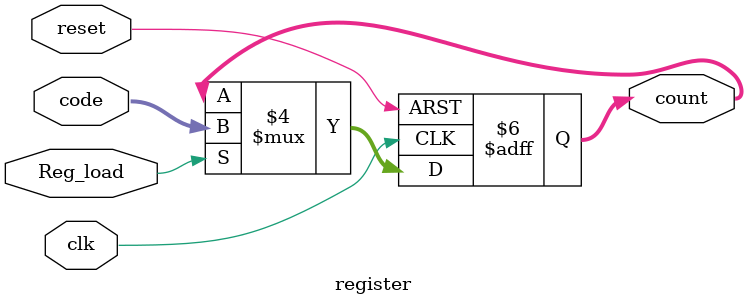
<source format=v>
`timescale 1ns / 1ps


module register(clk,reset,code,Reg_load,count);
input reset;
input [3:0] code;
output [3:0] count;
input Reg_load,clk;
reg [3:0] count;
initial count=4'ha;
always @(posedge clk,posedge reset)
    if(reset) count<=0;
        else
            if(Reg_load) count<=code;
            else count<=count;
endmodule

</source>
